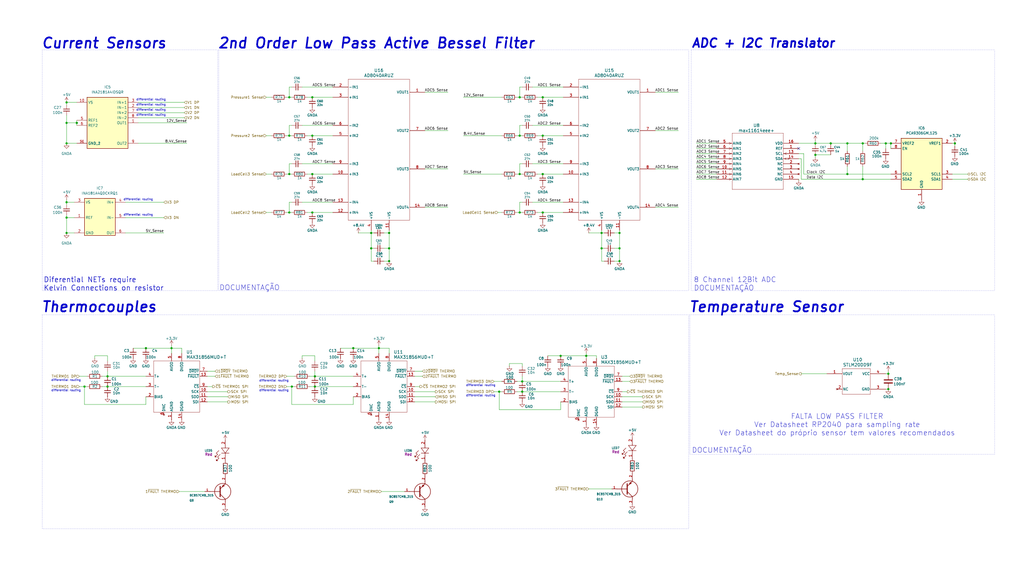
<source format=kicad_sch>
(kicad_sch (version 20250114) (generator "eeschema") (generator_version "9.0")
  (paper "User" 508 279.4)
  (rectangle (start 20.955 156.21) (end 341.63 262.255) (stroke (width 0) (type dot)))
  (rectangle (start 342.9 24.765) (end 493.395 144.145) (stroke (width 0) (type dot)))
  (rectangle (start 342.265 156.21) (end 493.395 225.425) (stroke (width 0) (type dot)))
  (rectangle (start 20.955 24.765) (end 107.95 144.145) (stroke (width 0) (type dot)))
  (rectangle (start 108.585 24.765) (end 341.63 144.145) (stroke (width 0) (type dot)))
  (text "DOCUMENTAÇÃO" (at 358.14 223.52 0) (effects (font (size 2.54 2.54))))
  (text "differential routing\n" (at 68.58 99.06 0) (effects (font (size 1.016 1.016))))
  (text "differential routing\n" (at 135.89 193.802 0) (effects (font (size 1.016 1.016))))
  (text "differential routing\n" (at 74.93 49.53 0) (effects (font (size 1.016 1.016))))
  (text "differential routing\n" (at 74.93 52.07 0) (effects (font (size 1.016 1.016))))
  (text "Current Sensors\n" (at 20.32 21.59 0) (effects (font (size 5.08 5.08) (thickness 0.8636) (bold yes) (italic yes)) (justify left)))
  (text "DOCUMENTAÇÃO" (at 123.825 142.875 0) (effects (font (size 2.54 2.54))))
  (text "8 Channel 12Bit ADC\nDOCUMENTAÇÃO" (at 344.17 140.97 0) (effects (font (size 2.54 2.54)) (justify left)))
  (text "Diferential NETs require \nKelvin Connections on resistor" (at 21.59 140.97 0) (effects (font (size 2.54 2.54) (thickness 0.254) (bold yes)) (justify left)))
  (text "differential routing\n" (at 32.766 193.802 0) (effects (font (size 1.016 1.016))))
  (text "differential routing\n" (at 74.93 54.61 0) (effects (font (size 1.016 1.016))))
  (text "differential routing\n" (at 32.766 188.722 0) (effects (font (size 1.016 1.016))))
  (text "Thermocouples" (at 20.32 152.4 0) (effects (font (size 5.08 5.08) (thickness 0.8636) (bold yes) (italic yes)) (justify left)))
  (text "FALTA LOW PASS FILTER\nVer Datasheet RP2040 para sampling rate\nVer Datasheet do próprio sensor tem valores recomendados" (at 415.29 210.82 0) (effects (font (size 2.54 2.54))))
  (text "2nd Order Low Pass Active Bessel Filter" (at 107.95 21.59 0) (effects (font (size 5.08 5.08) (thickness 0.8636) (bold yes) (italic yes)) (justify left)))
  (text "ADC + I2C Translator" (at 342.9 21.59 0) (effects (font (size 4.318 4.318) (thickness 0.8636) (bold yes) (italic yes)) (justify left)))
  (text "differential routing\n" (at 68.58 106.68 0) (effects (font (size 1.016 1.016))))
  (text "Temperature Sensor" (at 341.63 152.4 0) (effects (font (size 5.08 5.08) (thickness 0.8636) (bold yes) (italic yes)) (justify left)))
  (text "differential routing\n" (at 135.89 188.976 0) (effects (font (size 1.016 1.016))))
  (text "differential routing\n" (at 238.506 196.342 0) (effects (font (size 1.016 1.016))))
  (text "differential routing\n" (at 238.506 191.262 0) (effects (font (size 1.016 1.016))))
  (text "differential routing\n" (at 74.93 57.15 0) (effects (font (size 1.016 1.016))))
  (junction (at 278.13 176.53))
  (junction (at 247.65 194.31))
  (junction (at 307.34 115.57))
  (junction (at 144.78 191.77))
  (junction (at 440.69 185.42))
  (junction (at 156.21 191.77))
  (junction (at 193.04 129.54))
  (junction (at 143.51 86.36))
  (junction (at 33.02 50.8))
  (junction (at 420.37 86.36))
  (junction (at 257.81 105.41))
  (junction (at 259.08 194.31))
  (junction (at 184.15 123.19))
  (junction (at 307.34 123.19))
  (junction (at 33.02 60.96))
  (junction (at 85.09 172.72))
  (junction (at 269.24 48.26))
  (junction (at 404.495 71.12))
  (junction (at 33.02 115.57))
  (junction (at 184.15 115.57))
  (junction (at 156.21 186.69))
  (junction (at 187.96 172.72))
  (junction (at 427.99 71.12))
  (junction (at 193.04 115.57))
  (junction (at 257.81 48.26))
  (junction (at 41.91 191.77))
  (junction (at 269.24 67.31))
  (junction (at 420.37 71.12))
  (junction (at 193.04 123.19))
  (junction (at 53.34 191.77))
  (junction (at 143.51 48.26))
  (junction (at 175.26 172.72))
  (junction (at 143.51 67.31))
  (junction (at 404.495 76.835))
  (junction (at 427.99 88.9))
  (junction (at 33.02 71.12))
  (junction (at 290.83 176.53))
  (junction (at 143.51 105.41))
  (junction (at 53.34 186.69))
  (junction (at 154.94 48.26))
  (junction (at 269.24 86.36))
  (junction (at 269.24 105.41))
  (junction (at 154.94 67.31))
  (junction (at 439.42 71.12))
  (junction (at 257.81 67.31))
  (junction (at 154.94 105.41))
  (junction (at 412.115 71.12))
  (junction (at 298.45 123.19))
  (junction (at 441.96 71.12))
  (junction (at 38.1 60.96))
  (junction (at 154.94 86.36))
  (junction (at 72.39 172.72))
  (junction (at 307.34 129.54))
  (junction (at 33.02 100.33))
  (junction (at 440.69 193.04))
  (junction (at 257.81 86.36))
  (junction (at 33.02 107.95))
  (junction (at 473.71 71.12))
  (junction (at 298.45 115.57))
  (junction (at 259.08 189.23))
  (no_connect (at 396.24 73.66))
  (wire (pts (xy 397.51 88.9) (xy 427.99 88.9)))
  (wire (pts (xy 307.34 123.19) (xy 307.34 129.54)))
  (wire (pts (xy 308.61 201.93) (xy 318.77 201.93)))
  (wire (pts (xy 269.24 86.36) (xy 279.4 86.36)))
  (wire (pts (xy 257.81 100.33) (xy 257.81 105.41)))
  (wire (pts (xy 229.87 48.26) (xy 248.92 48.26)))
  (wire (pts (xy 175.26 172.72) (xy 187.96 172.72)))
  (wire (pts (xy 62.23 115.57) (xy 81.28 115.57)))
  (wire (pts (xy 184.15 115.57) (xy 185.42 115.57)))
  (wire (pts (xy 247.015 105.41) (xy 248.92 105.41)))
  (wire (pts (xy 396.24 78.74) (xy 397.51 78.74)))
  (wire (pts (xy 264.16 62.23) (xy 279.4 62.23)))
  (wire (pts (xy 149.86 100.33) (xy 165.1 100.33)))
  (wire (pts (xy 473.71 72.39) (xy 473.71 71.12)))
  (wire (pts (xy 325.12 45.72) (xy 336.55 45.72)))
  (wire (pts (xy 210.82 45.72) (xy 222.25 45.72)))
  (wire (pts (xy 398.78 76.2) (xy 396.24 76.2)))
  (wire (pts (xy 304.8 123.19) (xy 307.34 123.19)))
  (wire (pts (xy 308.61 196.85) (xy 318.77 196.85)))
  (wire (pts (xy 72.39 200.66) (xy 41.91 200.66)))
  (wire (pts (xy 269.24 105.41) (xy 279.4 105.41)))
  (wire (pts (xy 144.78 43.18) (xy 143.51 43.18)))
  (wire (pts (xy 264.16 81.28) (xy 279.4 81.28)))
  (wire (pts (xy 184.15 115.57) (xy 184.15 114.3)))
  (wire (pts (xy 142.24 67.31) (xy 143.51 67.31)))
  (wire (pts (xy 257.81 62.23) (xy 257.81 67.31)))
  (wire (pts (xy 397.51 78.74) (xy 397.51 88.9)))
  (wire (pts (xy 298.45 129.54) (xy 299.72 129.54)))
  (wire (pts (xy 144.78 191.77) (xy 146.05 191.77)))
  (wire (pts (xy 144.78 100.33) (xy 143.51 100.33)))
  (wire (pts (xy 41.91 200.66) (xy 41.91 191.77)))
  (wire (pts (xy 33.02 99.06) (xy 33.02 100.33)))
  (wire (pts (xy 345.44 86.36) (xy 355.6 86.36)))
  (wire (pts (xy 152.4 86.36) (xy 154.94 86.36)))
  (wire (pts (xy 325.12 102.87) (xy 336.55 102.87)))
  (wire (pts (xy 298.45 115.57) (xy 298.45 114.3)))
  (wire (pts (xy 62.23 107.95) (xy 81.28 107.95)))
  (wire (pts (xy 210.82 102.87) (xy 222.25 102.87)))
  (wire (pts (xy 144.78 62.23) (xy 143.51 62.23)))
  (wire (pts (xy 85.09 172.72) (xy 90.17 172.72)))
  (wire (pts (xy 33.02 106.68) (xy 33.02 107.95)))
  (wire (pts (xy 53.34 184.15) (xy 53.34 186.69)))
  (wire (pts (xy 290.83 175.26) (xy 290.83 176.53)))
  (wire (pts (xy 420.37 71.12) (xy 427.99 71.12)))
  (wire (pts (xy 187.96 172.72) (xy 193.04 172.72)))
  (wire (pts (xy 439.42 71.12) (xy 439.42 73.66)))
  (wire (pts (xy 68.58 60.96) (xy 92.71 60.96)))
  (wire (pts (xy 205.74 194.31) (xy 215.9 194.31)))
  (wire (pts (xy 257.81 105.41) (xy 259.08 105.41)))
  (wire (pts (xy 266.7 48.26) (xy 269.24 48.26)))
  (wire (pts (xy 325.12 83.82) (xy 336.55 83.82)))
  (wire (pts (xy 88.9 243.84) (xy 101.6 243.84)))
  (wire (pts (xy 256.54 105.41) (xy 257.81 105.41)))
  (wire (pts (xy 38.1 60.96) (xy 38.1 62.23)))
  (wire (pts (xy 308.61 186.69) (xy 312.42 186.69)))
  (wire (pts (xy 292.1 115.57) (xy 298.45 115.57)))
  (wire (pts (xy 259.08 189.23) (xy 278.13 189.23)))
  (wire (pts (xy 53.34 186.69) (xy 72.39 186.69)))
  (wire (pts (xy 229.87 86.36) (xy 248.92 86.36)))
  (wire (pts (xy 345.44 81.28) (xy 355.6 81.28)))
  (wire (pts (xy 102.87 194.31) (xy 113.03 194.31)))
  (wire (pts (xy 266.7 86.36) (xy 269.24 86.36)))
  (wire (pts (xy 257.81 43.18) (xy 257.81 48.26)))
  (wire (pts (xy 278.13 199.39) (xy 278.13 203.2)))
  (wire (pts (xy 143.51 100.33) (xy 143.51 105.41)))
  (wire (pts (xy 259.08 62.23) (xy 257.81 62.23)))
  (wire (pts (xy 142.24 186.69) (xy 146.05 186.69)))
  (wire (pts (xy 229.87 67.31) (xy 248.92 67.31)))
  (wire (pts (xy 295.91 176.53) (xy 295.91 177.8)))
  (wire (pts (xy 184.15 123.19) (xy 185.42 123.19)))
  (wire (pts (xy 472.44 86.36) (xy 480.06 86.36)))
  (wire (pts (xy 427.99 88.9) (xy 441.96 88.9)))
  (wire (pts (xy 345.44 71.12) (xy 355.6 71.12)))
  (wire (pts (xy 143.51 43.18) (xy 143.51 48.26)))
  (wire (pts (xy 154.94 48.26) (xy 165.1 48.26)))
  (wire (pts (xy 398.78 86.36) (xy 420.37 86.36)))
  (wire (pts (xy 184.15 123.19) (xy 184.15 129.54)))
  (wire (pts (xy 156.21 186.69) (xy 175.26 186.69)))
  (wire (pts (xy 436.88 71.12) (xy 439.42 71.12)))
  (wire (pts (xy 72.39 196.85) (xy 72.39 200.66)))
  (wire (pts (xy 298.45 115.57) (xy 298.45 123.19)))
  (wire (pts (xy 298.45 123.19) (xy 298.45 129.54)))
  (wire (pts (xy 193.04 123.19) (xy 193.04 115.57)))
  (wire (pts (xy 257.81 86.36) (xy 259.08 86.36)))
  (wire (pts (xy 259.08 81.28) (xy 257.81 81.28)))
  (wire (pts (xy 143.51 86.36) (xy 144.78 86.36)))
  (wire (pts (xy 205.74 196.85) (xy 215.9 196.85)))
  (wire (pts (xy 269.24 48.26) (xy 279.4 48.26)))
  (wire (pts (xy 396.24 89.535) (xy 396.24 88.9)))
  (wire (pts (xy 345.44 73.66) (xy 355.6 73.66)))
  (wire (pts (xy 142.24 105.41) (xy 143.51 105.41)))
  (wire (pts (xy 102.87 186.69) (xy 106.68 186.69)))
  (wire (pts (xy 472.44 71.12) (xy 473.71 71.12)))
  (wire (pts (xy 143.51 48.26) (xy 144.78 48.26)))
  (wire (pts (xy 149.86 62.23) (xy 165.1 62.23)))
  (wire (pts (xy 420.37 82.55) (xy 420.37 86.36)))
  (wire (pts (xy 427.99 82.55) (xy 427.99 88.9)))
  (wire (pts (xy 156.21 191.77) (xy 175.26 191.77)))
  (wire (pts (xy 396.24 71.12) (xy 404.495 71.12)))
  (wire (pts (xy 404.495 71.12) (xy 412.115 71.12)))
  (wire (pts (xy 142.24 86.36) (xy 143.51 86.36)))
  (wire (pts (xy 264.16 43.18) (xy 279.4 43.18)))
  (wire (pts (xy 325.12 64.77) (xy 336.55 64.77)))
  (wire (pts (xy 298.45 115.57) (xy 299.72 115.57)))
  (wire (pts (xy 142.24 191.77) (xy 144.78 191.77)))
  (wire (pts (xy 345.44 76.2) (xy 355.6 76.2)))
  (wire (pts (xy 132.08 105.41) (xy 134.62 105.41)))
  (wire (pts (xy 205.74 199.39) (xy 215.9 199.39)))
  (wire (pts (xy 398.78 86.36) (xy 398.78 76.2)))
  (wire (pts (xy 404.495 71.755) (xy 404.495 71.12)))
  (wire (pts (xy 245.11 189.23) (xy 248.92 189.23)))
  (wire (pts (xy 247.65 203.2) (xy 247.65 194.31)))
  (wire (pts (xy 68.58 50.8) (xy 91.44 50.8)))
  (wire (pts (xy 259.08 180.34) (xy 259.08 181.61)))
  (wire (pts (xy 33.02 107.95) (xy 33.02 115.57)))
  (wire (pts (xy 190.5 123.19) (xy 193.04 123.19)))
  (wire (pts (xy 50.8 186.69) (xy 53.34 186.69)))
  (wire (pts (xy 53.34 176.53) (xy 53.34 179.07)))
  (wire (pts (xy 345.44 78.74) (xy 355.6 78.74)))
  (wire (pts (xy 102.87 196.85) (xy 113.03 196.85)))
  (wire (pts (xy 404.495 76.835) (xy 404.495 78.105)))
  (wire (pts (xy 427.99 71.12) (xy 427.99 74.93)))
  (wire (pts (xy 33.02 50.8) (xy 38.1 50.8)))
  (wire (pts (xy 266.7 67.31) (xy 269.24 67.31)))
  (wire (pts (xy 62.23 100.33) (xy 81.28 100.33)))
  (wire (pts (xy 33.02 71.12) (xy 38.1 71.12)))
  (wire (pts (xy 259.08 194.31) (xy 278.13 194.31)))
  (wire (pts (xy 33.02 100.33) (xy 36.83 100.33)))
  (wire (pts (xy 193.04 123.19) (xy 193.04 129.54)))
  (wire (pts (xy 156.21 176.53) (xy 156.21 179.07)))
  (wire (pts (xy 187.96 172.72) (xy 187.96 175.26)))
  (wire (pts (xy 252.73 181.61) (xy 252.73 180.34)))
  (wire (pts (xy 259.08 43.18) (xy 257.81 43.18)))
  (wire (pts (xy 68.58 55.88) (xy 91.44 55.88)))
  (wire (pts (xy 85.09 172.72) (xy 85.09 175.26)))
  (wire (pts (xy 38.1 59.69) (xy 38.1 60.96)))
  (wire (pts (xy 132.08 86.36) (xy 134.62 86.36)))
  (wire (pts (xy 292.1 242.57) (xy 303.53 242.57)))
  (wire (pts (xy 68.58 58.42) (xy 91.44 58.42)))
  (wire (pts (xy 149.86 81.28) (xy 165.1 81.28)))
  (wire (pts (xy 290.83 176.53) (xy 290.83 177.8)))
  (wire (pts (xy 143.51 62.23) (xy 143.51 67.31)))
  (wire (pts (xy 143.51 67.31) (xy 144.78 67.31)))
  (wire (pts (xy 177.8 115.57) (xy 184.15 115.57)))
  (wire (pts (xy 256.54 189.23) (xy 259.08 189.23)))
  (wire (pts (xy 252.73 180.34) (xy 259.08 180.34)))
  (wire (pts (xy 153.67 186.69) (xy 156.21 186.69)))
  (wire (pts (xy 304.8 129.54) (xy 307.34 129.54)))
  (wire (pts (xy 290.83 176.53) (xy 295.91 176.53)))
  (wire (pts (xy 307.34 114.3) (xy 307.34 115.57)))
  (wire (pts (xy 420.37 71.12) (xy 420.37 74.93)))
  (wire (pts (xy 152.4 67.31) (xy 154.94 67.31)))
  (wire (pts (xy 256.54 86.36) (xy 257.81 86.36)))
  (wire (pts (xy 247.65 194.31) (xy 248.92 194.31)))
  (wire (pts (xy 404.495 69.85) (xy 404.495 71.12)))
  (wire (pts (xy 259.08 100.33) (xy 257.81 100.33)))
  (wire (pts (xy 404.495 76.835) (xy 412.115 76.835)))
  (wire (pts (xy 53.34 191.77) (xy 72.39 191.77)))
  (wire (pts (xy 85.09 171.45) (xy 85.09 172.72)))
  (wire (pts (xy 420.37 86.36) (xy 441.96 86.36)))
  (wire (pts (xy 308.61 189.23) (xy 312.42 189.23)))
  (wire (pts (xy 41.91 191.77) (xy 43.18 191.77)))
  (wire (pts (xy 144.78 200.66) (xy 144.78 191.77)))
  (wire (pts (xy 33.02 107.95) (xy 36.83 107.95)))
  (wire (pts (xy 264.16 100.33) (xy 279.4 100.33)))
  (wire (pts (xy 278.13 203.2) (xy 247.65 203.2)))
  (wire (pts (xy 33.02 60.96) (xy 38.1 60.96)))
  (wire (pts (xy 143.51 81.28) (xy 143.51 86.36)))
  (wire (pts (xy 39.37 186.69) (xy 43.18 186.69)))
  (wire (pts (xy 132.08 67.31) (xy 134.62 67.31)))
  (wire (pts (xy 66.04 172.72) (xy 72.39 172.72)))
  (wire (pts (xy 345.44 83.82) (xy 355.6 83.82)))
  (wire (pts (xy 68.58 71.12) (xy 92.71 71.12)))
  (wire (pts (xy 193.04 114.3) (xy 193.04 115.57)))
  (wire (pts (xy 257.81 48.26) (xy 259.08 48.26)))
  (wire (pts (xy 256.54 48.26) (xy 257.81 48.26)))
  (wire (pts (xy 308.61 199.39) (xy 318.77 199.39)))
  (wire (pts (xy 308.61 194.31) (xy 311.15 194.31)))
  (wire (pts (xy 439.42 71.12) (xy 441.96 71.12)))
  (wire (pts (xy 189.23 243.84) (xy 200.66 243.84)))
  (wire (pts (xy 184.15 129.54) (xy 185.42 129.54)))
  (wire (pts (xy 205.74 184.15) (xy 209.55 184.15)))
  (wire (pts (xy 143.51 105.41) (xy 144.78 105.41)))
  (wire (pts (xy 397.51 185.42) (xy 410.21 185.42)))
  (wire (pts (xy 345.44 88.9) (xy 355.6 88.9)))
  (wire (pts (xy 440.69 184.15) (xy 440.69 185.42)))
  (wire (pts (xy 149.86 43.18) (xy 165.1 43.18)))
  (wire (pts (xy 175.26 196.85) (xy 175.26 200.66)))
  (wire (pts (xy 142.24 48.26) (xy 143.51 48.26)))
  (wire (pts (xy 39.37 191.77) (xy 41.91 191.77)))
  (wire (pts (xy 33.02 101.6) (xy 33.02 100.33)))
  (wire (pts (xy 132.08 48.26) (xy 134.62 48.26)))
  (wire (pts (xy 102.87 191.77) (xy 105.41 191.77)))
  (wire (pts (xy 72.39 172.72) (xy 85.09 172.72)))
  (wire (pts (xy 46.99 176.53) (xy 53.34 176.53)))
  (wire (pts (xy 278.13 176.53) (xy 290.83 176.53)))
  (wire (pts (xy 472.44 88.9) (xy 480.06 88.9)))
  (wire (pts (xy 168.91 172.72) (xy 175.26 172.72)))
  (wire (pts (xy 153.67 191.77) (xy 156.21 191.77)))
  (wire (pts (xy 190.5 129.54) (xy 193.04 129.54)))
  (wire (pts (xy 210.82 64.77) (xy 222.25 64.77)))
  (wire (pts (xy 259.08 186.69) (xy 259.08 189.23)))
  (wire (pts (xy 307.34 115.57) (xy 304.8 115.57)))
  (wire (pts (xy 50.8 191.77) (xy 53.34 191.77)))
  (wire (pts (xy 439.42 185.42) (xy 440.69 185.42)))
  (wire (pts (xy 102.87 184.15) (xy 106.68 184.15)))
  (wire (pts (xy 33.02 115.57) (xy 36.83 115.57)))
  (wire (pts (xy 187.96 171.45) (xy 187.96 172.72)))
  (wire (pts (xy 152.4 48.26) (xy 154.94 48.26)))
  (wire (pts (xy 184.15 115.57) (xy 184.15 123.19)))
  (wire (pts (xy 33.02 57.15) (xy 33.02 60.96)))
  (wire (pts (xy 156.21 184.15) (xy 156.21 186.69)))
  (wire (pts (xy 257.81 81.28) (xy 257.81 86.36)))
  (wire (pts (xy 439.42 193.04) (xy 440.69 193.04)))
  (wire (pts (xy 441.96 71.12) (xy 441.96 73.66)))
  (wire (pts (xy 427.99 71.12) (xy 429.26 71.12)))
  (wire (pts (xy 90.17 172.72) (xy 90.17 175.26)))
  (wire (pts (xy 68.58 53.34) (xy 91.44 53.34)))
  (wire (pts (xy 205.74 191.77) (xy 208.28 191.77)))
  (wire (pts (xy 205.74 186.69) (xy 209.55 186.69)))
  (wire (pts (xy 257.81 67.31) (xy 259.08 67.31)))
  (wire (pts (xy 46.99 177.8) (xy 46.99 176.53)))
  (wire (pts (xy 154.94 67.31) (xy 165.1 67.31)))
  (wire (pts (xy 154.94 105.41) (xy 165.1 105.41)))
  (wire (pts (xy 144.78 81.28) (xy 143.51 81.28)))
  (wire (pts (xy 102.87 199.39) (xy 113.03 199.39)))
  (wire (pts (xy 193.04 115.57) (xy 190.5 115.57)))
  (wire (pts (xy 193.04 172.72) (xy 193.04 175.26)))
  (wire (pts (xy 266.7 105.41) (xy 269.24 105.41)))
  (wire (pts (xy 154.94 86.36) (xy 165.1 86.36)))
  (wire (pts (xy 210.82 83.82) (xy 222.25 83.82)))
  (wire (pts (xy 269.24 67.31) (xy 279.4 67.31)))
  (wire (pts (xy 412.115 71.755) (xy 412.115 71.12)))
  (wire (pts (xy 175.26 200.66) (xy 144.78 200.66)))
  (wire (pts (xy 33.02 50.8) (xy 33.02 52.07)))
  (wire (pts (xy 245.11 194.31) (xy 247.65 194.31)))
  (wire (pts (xy 271.78 176.53) (xy 278.13 176.53)))
  (wire (pts (xy 256.54 194.31) (xy 259.08 194.31)))
  (wire (pts (xy 256.54 67.31) (xy 257.81 67.31)))
  (wire (pts (xy 149.86 176.53) (xy 156.21 176.53)))
  (wire (pts (xy 152.4 105.41) (xy 154.94 105.41)))
  (wire (pts (xy 307.34 123.19) (xy 307.34 115.57)))
  (wire (pts (xy 298.45 123.19) (xy 299.72 123.19)))
  (wire (pts (xy 412.115 71.12) (xy 420.37 71.12)))
  (wire (pts (xy 149.86 177.8) (xy 149.86 176.53)))
  (wire (pts (xy 33.02 60.96) (xy 33.02 71.12)))
  (label "ADC8 Sense" (at 345.44 88.9 0))
  (label "ADC6 Sense" (at 154.94 62.23 0))
  (label "ADC2 Sense" (at 345.44 73.66 0))
  (label "ADC1 Sense" (at 345.44 71.12 0))
  (label "ADC3 Sense" (at 345.44 76.2 0))
  (label "ADC4 Sense" (at 266.7 100.33 0))
  (label "ADC5 Sense" (at 345.44 81.28 0))
  (label "5V_Sense" (at 229.87 86.36 0) (effects (font (thickness 0.1588))))
  (label "ADC2 Sense" (at 266.7 62.23 0))
  (label "ADC2 Sense" (at 336.55 64.77 180))
  (label "ADC3 Sense" (at 336.55 83.82 180))
  (label "ADC6 Sense" (at 222.25 64.77 180))
  (label "ADC7 Sense" (at 154.94 81.28 0))
  (label "8.4V_Sense" (at 92.71 71.12 180) (effects (font (thickness 0.1588))))
  (label "ADC1 Sense" (at 266.7 43.18 0))
  (label "ADC7 Sense" (at 222.25 83.82 180))
  (label "5V_Sense" (at 81.28 115.57 180) (effects (font (thickness 0.1588))))
  (label "12V_Sense" (at 229.87 48.26 0) (effects (font (thickness 0.1588))))
  (label "ADC4 Sense" (at 336.55 102.87 180))
  (label "ADC3 Sense" (at 266.7 81.28 0))
  (label "ADC6 Sense" (at 345.44 83.82 0))
  (label "ADC7 Sense" (at 345.44 86.36 0))
  (label "ADC1 Sense" (at 336.55 45.72 180))
  (label "ADC4 Sense" (at 345.44 78.74 0))
  (label "ADC5 Sense" (at 154.94 43.18 0))
  (label "Data I2C" (at 400.05 88.9 0))
  (label "Clock I2C" (at 400.05 86.36 0))
  (label "8.4V_Sense" (at 229.87 67.31 0) (effects (font (thickness 0.1588))))
  (label "12V_Sense" (at 92.71 60.96 180) (effects (font (thickness 0.1588))))
  (label "ADC8 Sense" (at 222.25 102.87 180))
  (label "ADC5 Sense" (at 222.25 45.72 180))
  (label "ADC8 Sense" (at 154.94 100.33 0))
  (hierarchical_label "2~{FAULT} THERMO" (shape input) (at 189.23 243.84 180))
  (hierarchical_label "MISO SPI" (shape input) (at 113.03 196.85 0))
  (hierarchical_label "V3 DP" (shape input) (at 81.28 100.33 0))
  (hierarchical_label "MOSI SPI" (shape output) (at 318.77 201.93 0))
  (hierarchical_label "THERMO2 DN" (shape input) (at 142.24 191.77 180))
  (hierarchical_label "SCK SPI" (shape output) (at 318.77 196.85 0))
  (hierarchical_label "MISO SPI" (shape input) (at 215.9 196.85 0))
  (hierarchical_label "THERMO1 DN" (shape input) (at 39.37 191.77 180))
  (hierarchical_label "V1 DN" (shape input) (at 91.44 53.34 0))
  (hierarchical_label "MOSI SPI" (shape output) (at 215.9 199.39 0))
  (hierarchical_label "MISO SPI" (shape input) (at 318.77 199.39 0))
  (hierarchical_label "1~{FAULT} THERMO" (shape input) (at 88.9 243.84 180))
  (hierarchical_label "~{CS} THERMO2 SPI" (shape output) (at 208.28 191.77 0))
  (hierarchical_label "1~{FAULT} THERMO" (shape input) (at 106.68 186.69 0))
  (hierarchical_label "THERMO1 DP" (shape input) (at 39.37 186.69 180))
  (hierarchical_label "SCK SPI" (shape output) (at 113.03 194.31 0))
  (hierarchical_label "LoadCell2 Sense" (shape input) (at 132.08 105.41 180))
  (hierarchical_label "Pressure2 Sense" (shape input) (at 132.08 67.31 180))
  (hierarchical_label "THERMO2 DP" (shape input) (at 142.24 186.69 180))
  (hierarchical_label "~{CS} THERMO1 SPI" (shape output) (at 105.41 191.77 0))
  (hierarchical_label "THERMO3 DP" (shape input) (at 245.11 194.31 180))
  (hierarchical_label "Pressure1 Sense" (shape input) (at 132.08 48.26 180))
  (hierarchical_label "V2 DN" (shape input) (at 91.44 58.42 0))
  (hierarchical_label "SCL I2C" (shape bidirectional) (at 480.06 86.36 0))
  (hierarchical_label "SCK SPI" (shape output) (at 215.9 194.31 0))
  (hierarchical_label "Temp_Sense" (shape output) (at 397.51 185.42 180))
  (hierarchical_label "SDA I2C" (shape bidirectional) (at 480.06 88.9 0))
  (hierarchical_label "V1 DP" (shape input) (at 91.44 50.8 0))
  (hierarchical_label "LoadCell3 Sense" (shape input) (at 132.08 86.36 180))
  (hierarchical_label "THERMO3 DN" (shape input) (at 245.11 189.23 180))
  (hierarchical_label "3~{FAULT} THERMO" (shape input) (at 312.42 189.23 0))
  (hierarchical_label "~{CS} THERMO3 SPI" (shape output) (at 311.15 194.31 0))
  (hierarchical_label "V2 DP" (shape input) (at 91.44 55.88 0))
  (hierarchical_label "V3 DN" (shape input) (at 81.28 107.95 0))
  (hierarchical_label "MOSI SPI" (shape output) (at 113.03 199.39 0))
  (hierarchical_label "LoadCell1 Sense" (shape input) (at 247.015 105.41 180))
  (hierarchical_label "3~{FAULT} THERMO" (shape input) (at 292.1 242.57 180))
  (hierarchical_label "2~{DRDY} THERMO" (shape input) (at 209.55 184.15 0))
  (hierarchical_label "2~{FAULT} THERMO" (shape input) (at 209.55 186.69 0))
  (hierarchical_label "1~{DRDY} THERMO" (shape input) (at 106.68 184.15 0))
  (hierarchical_label "3~{DRDY} THERMO" (shape input) (at 312.42 186.69 0))
  (symbol (lib_id "Device:R") (at 252.73 86.36 90) (mirror x) (unit 1)
    (property "Reference" "R70" (at 254.635 86.36 90) (effects (justify left)))
    (property "Value" "1k" (at 254 88.265 90) (effects (justify left)))
    (property "Footprint" "Resistor-0402:RES_0402" (effects (hide yes)))
    (property "Description" "Resistor" (effects (hide yes)))
  )
  (symbol (lib_id "power:GNDA") (at 290.83 210.82 0) (unit 1)
    (property "Reference" "#PWR051" (effects (hide yes)))
    (property "Value" "GNDA" (at 290.83 214.63 0))
    (property "Description" "Power symbol creates a global label with name \"GNDA\" , analog ground" (effects (hide yes)))
  )
  (symbol (lib_id "BC857CMB_315:BC857CMB_315") (at 210.82 243.84 0) (mirror x) (unit 1)
    (property "Reference" "Q9" (at 193.04 248.92 0) (effects (font (size 1.016 1.016)) (justify left)))
    (property "Value" "BC857CMB_315" (at 193.04 246.38 0) (effects (font (size 1.016 1.016)) (justify left)))
    (property "Footprint" "PNP_BC857CMB_315:TRANS_PMZB550UNEYL" (effects (hide yes)))
  )
  (symbol (lib_id "power:GND") (at 111.76 251.46 0) (unit 1)
    (property "Reference" "#PWR093" (effects (hide yes)))
    (property "Value" "GND" (at 111.76 255.27 0))
    (property "Description" "Power symbol creates a global label with name \"GND\" , ground" (effects (hide yes)))
  )
  (symbol (lib_id "power:GND") (at 439.42 78.74 0) (unit 1)
    (property "Reference" "#PWR0110" (effects (hide yes)))
    (property "Value" "GND" (at 441.325 82.55 0) (effects (justify right)))
    (property "Description" "Power symbol creates a global label with name \"GND\" , ground" (effects (hide yes)))
  )
  (symbol (lib_id "power:+5V") (at 210.82 218.44 0) (unit 1)
    (property "Reference" "#PWR0104" (effects (hide yes)))
    (property "Value" "+5V" (at 210.82 214.63 0))
    (property "Description" "Power symbol creates a global label with name \"+5V\"" (effects (hide yes)))
  )
  (symbol (lib_id "Device:C_Small") (at 261.62 81.28 90) (unit 1)
    (property "Reference" "C52" (at 261.62 76.835 90) (effects (font (size 1.016 1.016))))
    (property "Value" "27n" (at 261.62 78.74 90) (effects (font (size 1.016 1.016))))
    (property "Footprint" "Capacitor-0603:Capacitor_0603" (effects (hide yes)))
    (property "Description" "Unpolarized capacitor, small symbol" (effects (hide yes)))
  )
  (symbol (lib_id "power:GND") (at 53.34 196.85 0) (unit 1)
    (property "Reference" "#PWR01" (effects (hide yes)))
    (property "Value" "GND" (at 58.674 199.136 0) (effects (justify right)))
    (property "Description" "Power symbol creates a global label with name \"GND\" , ground" (effects (hide yes)))
  )
  (symbol (lib_id "Device:R") (at 148.59 67.31 90) (mirror x) (unit 1)
    (property "Reference" "R79" (at 150.495 67.31 90) (effects (justify left)))
    (property "Value" "1k" (at 149.86 69.215 90) (effects (justify left)))
    (property "Footprint" "Resistor-0402:RES_0402" (effects (hide yes)))
    (property "Description" "Resistor" (effects (hide yes)))
  )
  (symbol (lib_id "Device:C_Small") (at 154.94 69.85 0) (unit 1)
    (property "Reference" "C61" (at 158.75 69.215 0) (effects (font (size 1.016 1.016))))
    (property "Value" "22n" (at 158.75 71.12 0) (effects (font (size 1.016 1.016))))
    (property "Footprint" "Capacitor-0603:Capacitor_0603" (effects (hide yes)))
    (property "Description" "Unpolarized capacitor, small symbol" (effects (hide yes)))
  )
  (symbol (lib_id "Device:R") (at 313.69 231.14 180) (unit 1)
    (property "Reference" "R83" (at 313.69 233.045 90) (effects (justify right)))
    (property "Value" "100" (at 316.23 233.045 90) (effects (justify right)))
    (property "Footprint" "Resistor-0402:RES_0402" (effects (hide yes)))
    (property "Description" "Resistor" (effects (hide yes)))
  )
  (symbol (lib_id "PCA9306GM_125:PCA9306GM,125") (at 441.96 78.74 0) (unit 1)
    (property "Reference" "IC6" (at 457.2 63.5 0))
    (property "Value" "PCA9306GM,125" (at 457.2 66.04 0))
    (property "Footprint" "PCA9306GM,125:PCA9570GMH" (effects (hide yes)))
    (property "Datasheet" "http://www.nxp.com/docs/en/data-sheet/PCA9306.pdf" (effects (hide yes)))
    (property "Description" "NXP PCA9306GM,125, I2C Translator 3.3ns, 8-Pin XQFN" (effects (hide yes)))
    (property "Mouser Part Number" "771-PCA9306GM125" (effects (hide yes)))
    (property "Mouser Price/Stock" "https://www.mouser.co.uk/ProductDetail/NXP-Semiconductors/PCA9306GM125?qs=LOCUfHb8d9vZnAiSjK6%252Bsw%3D%3D" (effects (hide yes)))
    (property "Manufacturer_Name" "NXP" (effects (hide yes)))
    (property "Manufacturer_Part_Number" "PCA9306GM,125" (effects (hide yes)))
  )
  (symbol (lib_id "Device:R") (at 252.73 67.31 90) (mirror x) (unit 1)
    (property "Reference" "R66" (at 254.635 67.31 90) (effects (justify left)))
    (property "Value" "1k" (at 254 69.215 90) (effects (justify left)))
    (property "Footprint" "Resistor-0402:RES_0402" (effects (hide yes)))
    (property "Description" "Resistor" (effects (hide yes)))
  )
  (symbol (lib_id "Device:C_Small") (at 147.32 100.33 90) (unit 1)
    (property "Reference" "C59" (at 147.32 95.885 90) (effects (font (size 1.016 1.016))))
    (property "Value" "27n" (at 147.32 97.79 90) (effects (font (size 1.016 1.016))))
    (property "Footprint" "Capacitor-0603:Capacitor_0603" (effects (hide yes)))
    (property "Description" "Unpolarized capacitor, small symbol" (effects (hide yes)))
  )
  (symbol (lib_id "STLM20DD9F:STLM20DD9F") (at 416.56 187.96 0) (unit 1)
    (property "Reference" "U10" (at 425.45 178.435 0) (effects (font (size 1.524 1.524))))
    (property "Value" "STLM20DD9F" (at 425.45 180.975 0) (effects (font (size 1.524 1.524))))
    (property "Footprint" "STLM20DD9F:UDFN-4L_STM" (effects (hide yes)))
    (property "Datasheet" "STLM20DD9F" (effects (hide yes)))
  )
  (symbol (lib_id "power:GND") (at 271.78 181.61 0) (unit 1)
    (property "Reference" "#PWR09" (effects (hide yes)))
    (property "Value" "GND" (at 273.812 185.42 0) (effects (justify right)))
    (property "Description" "Power symbol creates a global label with name \"GND\" , ground" (effects (hide yes)))
  )
  (symbol (lib_id "Device:C_Small") (at 154.94 107.95 0) (unit 1)
    (property "Reference" "C63" (at 158.75 107.315 0) (effects (font (size 1.016 1.016))))
    (property "Value" "22n" (at 158.75 109.22 0) (effects (font (size 1.016 1.016))))
    (property "Footprint" "Capacitor-0603:Capacitor_0603" (effects (hide yes)))
    (property "Description" "Unpolarized capacitor, small symbol" (effects (hide yes)))
  )
  (symbol (lib_id "Device:C_Small") (at 156.21 181.61 0) (unit 1)
    (property "Reference" "C39" (at 160.655 180.34 0))
    (property "Value" "10n" (at 160.655 182.245 0))
    (property "Footprint" "Capacitor-0402:Capacitor_0402" (effects (hide yes)))
    (property "Description" "Unpolarized capacitor, small symbol" (effects (hide yes)))
  )
  (symbol (lib_id "power:+3.3V") (at 473.71 71.12 0) (unit 1)
    (property "Reference" "#PWR0108" (effects (hide yes)))
    (property "Value" "+3.3V" (at 473.71 67.31 0))
    (property "Description" "Power symbol creates a global label with name \"+3.3V\"" (effects (hide yes)))
  )
  (symbol (lib_id "BC857CMB_315:BC857CMB_315") (at 313.69 242.57 0) (mirror x) (unit 1)
    (property "Reference" "Q10" (at 295.91 247.65 0) (effects (font (size 1.016 1.016)) (justify left)))
    (property "Value" "BC857CMB_315" (at 295.91 245.11 0) (effects (font (size 1.016 1.016)) (justify left)))
    (property "Footprint" "PNP_BC857CMB_315:TRANS_PMZB550UNEYL" (effects (hide yes)))
  )
  (symbol (lib_id "VLMS1500-GS08:VLMS1500-GS08") (at 313.69 217.17 90) (mirror x) (unit 1)
    (property "Reference" "LED7" (at 307.34 222.2499 90) (effects (font (size 1.016 1.016)) (justify left)))
    (property "Value" "VLMS1500-GS08" (effects (hide yes)))
    (property "Footprint" "LED-Red_VLMS1500-GS08:LED_00-GS08_VIS_RED" (effects (hide yes)))
    (property "Datasheet" "VLMS1500-GS08" (effects (hide yes)))
    (property "Description" "Red" (at 305.435 224.155 90))
  )
  (symbol (lib_id "Device:R") (at 138.43 86.36 90) (mirror x) (unit 1)
    (property "Reference" "R76" (at 140.335 86.36 90) (effects (justify left)))
    (property "Value" "1k" (at 139.7 88.265 90) (effects (justify left)))
    (property "Footprint" "Resistor-0402:RES_0402" (effects (hide yes)))
    (property "Description" "Resistor" (effects (hide yes)))
  )
  (symbol (lib_id "power:GND") (at 149.86 177.8 0) (mirror y) (unit 1)
    (property "Reference" "#PWR019" (effects (hide yes)))
    (property "Value" "GND" (at 147.955 181.61 0) (effects (justify right)))
    (property "Description" "Power symbol creates a global label with name \"GND\" , ground" (effects (hide yes)))
  )
  (symbol (lib_id "Device:R") (at 138.43 48.26 90) (mirror x) (unit 1)
    (property "Reference" "R74" (at 140.335 48.26 90) (effects (justify left)))
    (property "Value" "1k" (at 139.7 50.165 90) (effects (justify left)))
    (property "Footprint" "Resistor-0402:RES_0402" (effects (hide yes)))
    (property "Description" "Resistor" (effects (hide yes)))
  )
  (symbol (lib_id "power:GND") (at 46.99 177.8 0) (mirror y) (unit 1)
    (property "Reference" "#PWR04" (effects (hide yes)))
    (property "Value" "GND" (at 45.085 181.61 0) (effects (justify right)))
    (property "Description" "Power symbol creates a global label with name \"GND\" , ground" (effects (hide yes)))
  )
  (symbol (lib_id "Device:R") (at 433.07 71.12 270) (unit 1)
    (property "Reference" "R60" (at 431.165 71.12 90) (effects (justify left)))
    (property "Value" "200k" (at 431.165 68.58 90) (effects (justify left)))
    (property "Footprint" "Resistor-0402:RES_0402" (effects (hide yes)))
    (property "Description" "Resistor" (effects (hide yes)))
  )
  (symbol (lib_id "max11614eee:max11614eee+") (at 369.57 73.66 0) (unit 1)
    (property "Reference" "U8" (at 375.285 62.23 0) (effects (font (size 1.524 1.524))))
    (property "Value" "max11614eee+" (at 375.285 64.77 0) (effects (font (size 1.524 1.524))))
    (property "Footprint" "21-0055H_16_MXM" (effects (hide yes)))
    (property "Datasheet" "max11614eee+" (effects (hide yes)))
  )
  (symbol (lib_id "power:GND") (at 90.17 208.28 0) (unit 1)
    (property "Reference" "#PWR0158" (effects (hide yes)))
    (property "Value" "GND" (at 92.075 212.09 0) (effects (justify right)))
    (property "Description" "Power symbol creates a global label with name \"GND\" , ground" (effects (hide yes)))
  )
  (symbol (lib_id "Device:C_Small") (at 302.26 123.19 90) (mirror x) (unit 1)
    (property "Reference" "C45" (at 302.26 119.38 90) (effects (font (size 1.016 1.016))))
    (property "Value" "1u" (at 302.26 120.65 90) (effects (font (size 1.016 1.016))))
    (property "Footprint" "Capacitor-0603:Capacitor_0603" (effects (hide yes)))
    (property "Description" "Unpolarized capacitor, small symbol" (effects (hide yes)))
  )
  (symbol (lib_id "Device:C_Small") (at 187.96 115.57 270) (unit 1)
    (property "Reference" "C64" (at 187.96 113.03 90) (effects (font (size 1.016 1.016))))
    (property "Value" "100n" (at 187.96 111.76 90) (effects (font (size 1.016 1.016))))
    (property "Footprint" "Capacitor-0402:Capacitor_0402" (effects (hide yes)))
    (property "Description" "Unpolarized capacitor, small symbol" (effects (hide yes)))
  )
  (symbol (lib_id "Device:C_Small") (at 473.71 74.93 0) (unit 1)
    (property "Reference" "C41" (at 478.155 74.295 0))
    (property "Value" "100n" (at 478.155 76.2 0))
    (property "Footprint" "Capacitor-0402:Capacitor_0402" (effects (hide yes)))
    (property "Description" "Unpolarized capacitor, small symbol" (effects (hide yes)))
  )
  (symbol (lib_id "power:+3.3V") (at 187.96 171.45 0) (unit 1)
    (property "Reference" "#PWR027" (effects (hide yes)))
    (property "Value" "+3.3V" (at 187.96 167.894 0))
    (property "Description" "Power symbol creates a global label with name \"+3.3V\"" (effects (hide yes)))
  )
  (symbol (lib_id "power:GNDA") (at 85.09 208.28 0) (unit 1)
    (property "Reference" "#PWR030" (effects (hide yes)))
    (property "Value" "GNDA" (at 85.09 212.09 0))
    (property "Description" "Power symbol creates a global label with name \"GNDA\" , analog ground" (effects (hide yes)))
  )
  (symbol (lib_id "Device:C_Small") (at 154.94 50.8 0) (unit 1)
    (property "Reference" "C60" (at 158.75 50.165 0) (effects (font (size 1.016 1.016))))
    (property "Value" "22n" (at 158.75 52.07 0) (effects (font (size 1.016 1.016))))
    (property "Footprint" "Capacitor-0603:Capacitor_0603" (effects (hide yes)))
    (property "Description" "Unpolarized capacitor, small symbol" (effects (hide yes)))
  )
  (symbol (lib_id "Device:R") (at 138.43 105.41 90) (mirror x) (unit 1)
    (property "Reference" "R77" (at 140.335 105.41 90) (effects (justify left)))
    (property "Value" "1k" (at 139.7 107.315 90) (effects (justify left)))
    (property "Footprint" "Resistor-0402:RES_0402" (effects (hide yes)))
    (property "Description" "Resistor" (effects (hide yes)))
  )
  (symbol (lib_id "Device:C_Small") (at 259.08 191.77 0) (unit 1)
    (property "Reference" "C5" (at 260.985 190.5 0) (effects (justify left)))
    (property "Value" "100n" (at 260.985 193.04 0) (effects (justify left)))
    (property "Footprint" "Capacitor-0402:Capacitor_0402" (effects (hide yes)))
    (property "Description" "Unpolarized capacitor, small symbol" (effects (hide yes)))
  )
  (symbol (lib_id "power:+3.3V") (at 440.69 184.15 0) (unit 1)
    (property "Reference" "#PWR022" (effects (hide yes)))
    (property "Value" "+3.3V" (at 440.69 180.34 0))
    (property "Description" "Power symbol creates a global label with name \"+3.3V\"" (effects (hide yes)))
  )
  (symbol (lib_id "Device:C_Small") (at 439.42 76.2 0) (mirror y) (unit 1)
    (property "Reference" "C35" (at 434.975 75.565 0))
    (property "Value" "100n" (at 434.975 77.47 0))
    (property "Footprint" "Capacitor-0402:Capacitor_0402" (effects (hide yes)))
    (property "Description" "Unpolarized capacitor, small symbol" (effects (hide yes)))
  )
  (symbol (lib_id "Device:C_Small") (at 269.24 107.95 0) (unit 1)
    (property "Reference" "C55" (at 273.05 107.315 0) (effects (font (size 1.016 1.016))))
    (property "Value" "22n" (at 273.05 109.22 0) (effects (font (size 1.016 1.016))))
    (property "Footprint" "Capacitor-0603:Capacitor_0603" (effects (hide yes)))
    (property "Description" "Unpolarized capacitor, small symbol" (effects (hide yes)))
  )
  (symbol (lib_id "power:GND") (at 295.91 210.82 0) (unit 1)
    (property "Reference" "#PWR0115" (effects (hide yes)))
    (property "Value" "GND" (at 297.815 214.63 0) (effects (justify right)))
    (property "Description" "Power symbol creates a global label with name \"GND\" , ground" (effects (hide yes)))
  )
  (symbol (lib_id "VLMS1500-GS08:VLMS1500-GS08") (at 210.82 218.44 90) (mirror x) (unit 1)
    (property "Reference" "LED6" (at 204.47 223.5199 90) (effects (font (size 1.016 1.016)) (justify left)))
    (property "Value" "VLMS1500-GS08" (effects (hide yes)))
    (property "Footprint" "LED-Red_VLMS1500-GS08:LED_00-GS08_VIS_RED" (effects (hide yes)))
    (property "Datasheet" "VLMS1500-GS08" (effects (hide yes)))
    (property "Description" "Red" (at 202.565 225.425 90))
  )
  (symbol (lib_id "power:GND") (at 66.04 177.8 0) (unit 1)
    (property "Reference" "#PWR02" (effects (hide yes)))
    (property "Value" "GND" (at 68.072 181.61 0) (effects (justify right)))
    (property "Description" "Power symbol creates a global label with name \"GND\" , ground" (effects (hide yes)))
  )
  (symbol (lib_id "Device:R") (at 262.89 105.41 90) (mirror x) (unit 1)
    (property "Reference" "R73" (at 264.795 105.41 90) (effects (justify left)))
    (property "Value" "1k" (at 264.16 107.315 90) (effects (justify left)))
    (property "Footprint" "Resistor-0402:RES_0402" (effects (hide yes)))
    (property "Description" "Resistor" (effects (hide yes)))
  )
  (symbol (lib_id "AD8040ARUZ:AD8040ARUZ") (at 279.4 44.45 0) (unit 1)
    (property "Reference" "U15" (at 302.26 34.925 0) (effects (font (size 1.524 1.524))))
    (property "Value" "AD8040ARUZ" (at 302.26 37.465 0) (effects (font (size 1.524 1.524))))
    (property "Footprint" "RU_14_ADI" (effects (hide yes)))
    (property "Datasheet" "AD8040ARUZ" (effects (hide yes)))
  )
  (symbol (lib_id "power:+3.3V") (at 290.83 175.26 0) (unit 1)
    (property "Reference" "#PWR017" (effects (hide yes)))
    (property "Value" "+3.3V" (at 290.83 171.704 0))
    (property "Description" "Power symbol creates a global label with name \"+3.3V\"" (effects (hide yes)))
  )
  (symbol (lib_id "power:GNDA") (at 154.94 72.39 0) (unit 1)
    (property "Reference" "#PWR041" (effects (hide yes)))
    (property "Value" "GNDA" (at 154.94 76.2 0))
    (property "Description" "Power symbol creates a global label with name \"GNDA\" , analog ground" (effects (hide yes)))
  )
  (symbol (lib_id "Device:C_Small") (at 156.21 189.23 0) (unit 1)
    (property "Reference" "C11" (at 158.115 187.96 0) (effects (justify left)))
    (property "Value" "100n" (at 158.115 190.5 0) (effects (justify left)))
    (property "Footprint" "Capacitor-0402:Capacitor_0402" (effects (hide yes)))
    (property "Description" "Unpolarized capacitor, small symbol" (effects (hide yes)))
  )
  (symbol (lib_id "Device:R") (at 46.99 186.69 270) (unit 1)
    (property "Reference" "R1" (at 45.72 186.69 90) (effects (justify left)))
    (property "Value" "100" (at 45.212 184.658 90) (effects (justify left)))
    (property "Footprint" "Resistor-0402:RES_0402" (effects (hide yes)))
    (property "Description" "Resistor" (effects (hide yes)))
  )
  (symbol (lib_id "Device:R") (at 262.89 67.31 90) (mirror x) (unit 1)
    (property "Reference" "R69" (at 264.795 67.31 90) (effects (justify left)))
    (property "Value" "1k" (at 264.16 69.215 90) (effects (justify left)))
    (property "Footprint" "Resistor-0402:RES_0402" (effects (hide yes)))
    (property "Description" "Resistor" (effects (hide yes)))
  )
  (symbol (lib_id "power:GNDA") (at 154.94 91.44 0) (unit 1)
    (property "Reference" "#PWR029" (effects (hide yes)))
    (property "Value" "GNDA" (at 154.94 95.25 0))
    (property "Description" "Power symbol creates a global label with name \"GNDA\" , analog ground" (effects (hide yes)))
  )
  (symbol (lib_id "power:GNDA") (at 33.02 115.57 0) (unit 1)
    (property "Reference" "#PWR010" (effects (hide yes)))
    (property "Value" "GNDA" (at 33.02 120.65 0))
    (property "Description" "Power symbol creates a global label with name \"GNDA\" , analog ground" (effects (hide yes)))
  )
  (symbol (lib_id "power:GND") (at 168.91 177.8 0) (unit 1)
    (property "Reference" "#PWR024" (effects (hide yes)))
    (property "Value" "GND" (at 170.942 181.61 0) (effects (justify right)))
    (property "Description" "Power symbol creates a global label with name \"GND\" , ground" (effects (hide yes)))
  )
  (symbol (lib_id "BC857CMB_315:BC857CMB_315") (at 111.76 243.84 0) (mirror x) (unit 1)
    (property "Reference" "Q8" (at 93.98 248.285 0) (effects (font (size 1.016 1.016)) (justify left)))
    (property "Value" "BC857CMB_315" (at 93.98 245.745 0) (effects (font (size 1.016 1.016)) (justify left)))
    (property "Footprint" "PNP_BC857CMB_315:TRANS_PMZB550UNEYL" (effects (hide yes)))
  )
  (symbol (lib_id "Device:C_Small") (at 72.39 175.26 180) (unit 1)
    (property "Reference" "C4" (at 78.105 173.99 0) (effects (justify left)))
    (property "Value" "100n" (at 77.47 177.165 0) (effects (justify left)))
    (property "Footprint" "Capacitor-0402:Capacitor_0402" (effects (hide yes)))
    (property "Description" "Unpolarized capacitor, small symbol" (effects (hide yes)))
  )
  (symbol (lib_id "Device:R") (at 149.86 191.77 270) (unit 1)
    (property "Reference" "R11" (at 147.955 191.77 90) (effects (justify left)))
    (property "Value" "100" (at 147.828 189.738 90) (effects (justify left)))
    (property "Footprint" "Resistor-0402:RES_0402" (effects (hide yes)))
    (property "Description" "Resistor" (effects (hide yes)))
  )
  (symbol (lib_id "power:GNDA") (at 396.24 89.535 0) (unit 1)
    (property "Reference" "#PWR048" (effects (hide yes)))
    (property "Value" "GNDA" (at 396.24 93.345 0))
    (property "Description" "Power symbol creates a global label with name \"GNDA\" , analog ground" (effects (hide yes)))
  )
  (symbol (lib_id "power:GND") (at 156.21 196.85 0) (unit 1)
    (property "Reference" "#PWR020" (effects (hide yes)))
    (property "Value" "GND" (at 161.544 199.136 0) (effects (justify right)))
    (property "Description" "Power symbol creates a global label with name \"GND\" , ground" (effects (hide yes)))
  )
  (symbol (lib_id "Device:R") (at 420.37 78.74 0) (unit 1)
    (property "Reference" "R61" (at 420.37 80.645 90) (effects (justify left)))
    (property "Value" "1k" (at 416.56 78.74 0) (effects (justify left)))
    (property "Footprint" "Resistor-0402:RES_0402" (effects (hide yes)))
    (property "Description" "Resistor" (effects (hide yes)))
  )
  (symbol (lib_id "power:GND") (at 473.71 77.47 0) (unit 1)
    (property "Reference" "#PWR0156" (effects (hide yes)))
    (property "Value" "GND" (at 475.615 81.28 0) (effects (justify right)))
    (property "Description" "Power symbol creates a global label with name \"GND\" , ground" (effects (hide yes)))
  )
  (symbol (lib_id "Device:C_Small") (at 269.24 88.9 0) (unit 1)
    (property "Reference" "C53" (at 273.05 88.265 0) (effects (font (size 1.016 1.016))))
    (property "Value" "22n" (at 273.05 90.17 0) (effects (font (size 1.016 1.016))))
    (property "Footprint" "Capacitor-0603:Capacitor_0603" (effects (hide yes)))
    (property "Description" "Unpolarized capacitor, small symbol" (effects (hide yes)))
  )
  (symbol (lib_id "Device:R") (at 252.73 105.41 90) (mirror x) (unit 1)
    (property "Reference" "R72" (at 254.635 105.41 90) (effects (justify left)))
    (property "Value" "1k" (at 254 107.315 90) (effects (justify left)))
    (property "Footprint" "Resistor-0402:RES_0402" (effects (hide yes)))
    (property "Description" "Resistor" (effects (hide yes)))
  )
  (symbol (lib_id "power:+5V") (at 111.76 218.44 0) (unit 1)
    (property "Reference" "#PWR083" (effects (hide yes)))
    (property "Value" "+5V" (at 111.76 214.63 0))
    (property "Description" "Power symbol creates a global label with name \"+5V\"" (effects (hide yes)))
  )
  (symbol (lib_id "power:+5V") (at 33.02 99.06 0) (unit 1)
    (property "Reference" "#PWR040" (effects (hide yes)))
    (property "Value" "+5V" (at 33.02 95.25 0))
    (property "Description" "Power symbol creates a global label with name \"+5V\"" (effects (hide yes)))
  )
  (symbol (lib_id "Device:C_Small") (at 259.08 184.15 0) (unit 1)
    (property "Reference" "C32" (at 263.525 182.88 0))
    (property "Value" "10n" (at 263.525 184.785 0))
    (property "Footprint" "Capacitor-0402:Capacitor_0402" (effects (hide yes)))
    (property "Description" "Unpolarized capacitor, small symbol" (effects (hide yes)))
  )
  (symbol (lib_id "Device:C_Small") (at 269.24 50.8 0) (unit 1)
    (property "Reference" "C48" (at 273.05 50.165 0) (effects (font (size 1.016 1.016))))
    (property "Value" "22n" (at 273.05 52.07 0) (effects (font (size 1.016 1.016))))
    (property "Footprint" "Capacitor-0603:Capacitor_0603" (effects (hide yes)))
    (property "Description" "Unpolarized capacitor, small symbol" (effects (hide yes)))
  )
  (symbol (lib_id "power:GNDA") (at 187.96 208.28 0) (unit 1)
    (property "Reference" "#PWR018" (effects (hide yes)))
    (property "Value" "GNDA" (at 187.96 212.09 0))
    (property "Description" "Power symbol creates a global label with name \"GNDA\" , analog ground" (effects (hide yes)))
  )
  (symbol (lib_id "power:GNDA") (at 154.94 53.34 0) (unit 1)
    (property "Reference" "#PWR042" (effects (hide yes)))
    (property "Value" "GNDA" (at 154.94 57.15 0))
    (property "Description" "Power symbol creates a global label with name \"GNDA\" , analog ground" (effects (hide yes)))
  )
  (symbol (lib_id "power:GND") (at 278.13 181.61 0) (unit 1)
    (property "Reference" "#PWR012" (effects (hide yes)))
    (property "Value" "GND" (at 280.162 185.42 0) (effects (justify right)))
    (property "Description" "Power symbol creates a global label with name \"GND\" , ground" (effects (hide yes)))
  )
  (symbol (lib_id "power:+3.3V") (at 85.09 171.45 0) (unit 1)
    (property "Reference" "#PWR06" (effects (hide yes)))
    (property "Value" "+3.3V" (at 85.09 167.894 0))
    (property "Description" "Power symbol creates a global label with name \"+3.3V\"" (effects (hide yes)))
  )
  (symbol (lib_id "Device:R") (at 252.73 194.31 270) (unit 1)
    (property "Reference" "R5" (at 251.46 194.31 90) (effects (justify left)))
    (property "Value" "100" (at 250.698 192.278 90) (effects (justify left)))
    (property "Footprint" "Resistor-0402:RES_0402" (effects (hide yes)))
    (property "Description" "Resistor" (effects (hide yes)))
  )
  (symbol (lib_id "Device:C_Small") (at 33.02 104.14 0) (mirror y) (unit 1)
    (property "Reference" "C36" (at 28.575 102.87 0))
    (property "Value" "100n" (at 28.575 105.41 0))
    (property "Footprint" "Capacitor-0402:Capacitor_0402" (effects (hide yes)))
    (property "Description" "Unpolarized capacitor, small symbol" (effects (hide yes)))
  )
  (symbol (lib_id "Device:C") (at 440.69 189.23 0) (unit 1)
    (property "Reference" "C38" (at 443.484 187.96 0) (effects (justify left)))
    (property "Value" "100nF" (at 443.23 190.5 0) (effects (justify left)))
    (property "Footprint" "Capacitor-0402:Capacitor_0402" (effects (hide yes)))
    (property "Description" "Unpolarized capacitor" (effects (hide yes)))
  )
  (symbol (lib_id "Device:R") (at 46.99 191.77 270) (unit 1)
    (property "Reference" "R2" (at 45.72 191.77 90) (effects (justify left)))
    (property "Value" "100" (at 44.958 189.738 90) (effects (justify left)))
    (property "Footprint" "Resistor-0402:RES_0402" (effects (hide yes)))
    (property "Description" "Resistor" (effects (hide yes)))
  )
  (symbol (lib_id "power:GND") (at 193.04 208.28 0) (unit 1)
    (property "Reference" "#PWR0113" (effects (hide yes)))
    (property "Value" "GND" (at 194.945 212.09 0) (effects (justify right)))
    (property "Description" "Power symbol creates a global label with name \"GND\" , ground" (effects (hide yes)))
  )
  (symbol (lib_id "Device:C_Small") (at 168.91 175.26 180) (unit 1)
    (property "Reference" "C13" (at 167.005 173.99 0) (effects (justify left)))
    (property "Value" "100n" (at 168.275 177.165 0) (effects (justify left)))
    (property "Footprint" "Capacitor-0402:Capacitor_0402" (effects (hide yes)))
    (property "Description" "Unpolarized capacitor, small symbol" (effects (hide yes)))
  )
  (symbol (lib_id "Device:C_Small") (at 271.78 179.07 180) (unit 1)
    (property "Reference" "C8" (at 269.875 177.8 0) (effects (justify left)))
    (property "Value" "100n" (at 271.145 180.975 0) (effects (justify left)))
    (property "Footprint" "Capacitor-0402:Capacitor_0402" (effects (hide yes)))
    (property "Description" "Unpolarized capacitor, small symbol" (effects (hide yes)))
  )
  (symbol (lib_id "power:GND") (at 313.69 250.19 0) (unit 1)
    (property "Reference" "#PWR0160" (effects (hide yes)))
    (property "Value" "GND" (at 313.69 254 0))
    (property "Description" "Power symbol creates a global label with name \"GND\" , ground" (effects (hide yes)))
  )
  (symbol (lib_id "Device:C_Small") (at 269.24 69.85 0) (unit 1)
    (property "Reference" "C51" (at 273.05 69.215 0) (effects (font (size 1.016 1.016))))
    (property "Value" "22n" (at 273.05 71.12 0) (effects (font (size 1.016 1.016))))
    (property "Footprint" "Capacitor-0603:Capacitor_0603" (effects (hide yes)))
    (property "Description" "Unpolarized capacitor, small symbol" (effects (hide yes)))
  )
  (symbol (lib_id "Device:C_Small") (at 53.34 181.61 0) (unit 1)
    (property "Reference" "C31" (at 57.785 180.34 0))
    (property "Value" "10n" (at 57.785 182.245 0))
    (property "Footprint" "Capacitor-0402:Capacitor_0402" (effects (hide yes)))
    (property "Description" "Unpolarized capacitor, small symbol" (effects (hide yes)))
  )
  (symbol (lib_id "power:GNDA") (at 307.34 129.54 0) (unit 1)
    (property "Reference" "#PWR047" (effects (hide yes)))
    (property "Value" "GNDA" (at 307.34 133.35 0))
    (property "Description" "Power symbol creates a global label with name \"GNDA\" , analog ground" (effects (hide yes)))
  )
  (symbol (lib_id "INA181A4QDCKRQ1:INA181A4QDCKRQ1") (at 36.83 101.6 0) (unit 1)
    (property "Reference" "IC7" (at 49.53 93.345 0))
    (property "Value" "INA181A4QDCKRQ1" (at 49.53 95.885 0))
    (property "Footprint" "INA181A4QDCKRQ1:SOT65P210X110-6N" (effects (hide yes)))
    (property "Datasheet" "https://www.ti.com/lit/ds/symlink/ina181-q1.pdf?ts=1720003555927&ref_url=https%253A%252F%252Fwww.mouser.co.uk%252F" (effects (hide yes)))
    (property "Description" "Current Sense Amplifiers AEC-Q100, 26V, bi-directional, 350kHz current sense amplifier 6-SC70 -40 to 125" (effects (hide yes)))
    (property "Height" "1.1" (effects (hide yes)))
    (property "Mouser Part Number" "595-INA181A4QDCKRQ1" (effects (hide yes)))
    (property "Mouser Price/Stock" "https://www.mouser.co.uk/ProductDetail/Texas-Instruments/INA181A4QDCKRQ1?qs=ZcfC38r4PovROLZiIT8g1g%3D%3D" (effects (hide yes)))
    (property "Manufacturer_Name" "Texas Instruments" (effects (hide yes)))
    (property "Manufacturer_Part_Number" "INA181A4QDCKRQ1" (effects (hide yes)))
  )
  (symbol (lib_id "Device:C_Small") (at 33.02 54.61 0) (mirror y) (unit 1)
    (property "Reference" "C27" (at 28.575 53.34 0))
    (property "Value" "100n" (at 28.575 55.88 0))
    (property "Footprint" "Capacitor-0402:Capacitor_0402" (effects (hide yes)))
    (property "Description" "Unpolarized capacitor, small symbol" (effects (hide yes)))
  )
  (symbol (lib_id "power:GND") (at 457.2 99.06 0) (unit 1)
    (property "Reference" "#PWR0107" (effects (hide yes)))
    (property "Value" "GND" (at 459.105 102.87 0) (effects (justify right)))
    (property "Description" "Power symbol creates a global label with name \"GND\" , ground" (effects (hide yes)))
  )
  (symbol (lib_id "Device:C_Small") (at 278.13 179.07 180) (unit 1)
    (property "Reference" "C9" (at 283.845 177.8 0) (effects (justify left)))
    (property "Value" "100n" (at 283.21 180.975 0) (effects (justify left)))
    (property "Footprint" "Capacitor-0402:Capacitor_0402" (effects (hide yes)))
    (property "Description" "Unpolarized capacitor, small symbol" (effects (hide yes)))
  )
  (symbol (lib_id "Device:R") (at 252.73 189.23 270) (unit 1)
    (property "Reference" "R4" (at 251.46 189.23 90) (effects (justify left)))
    (property "Value" "100" (at 250.952 187.198 90) (effects (justify left)))
    (property "Footprint" "Resistor-0402:RES_0402" (effects (hide yes)))
    (property "Description" "Resistor" (effects (hide yes)))
  )
  (symbol (lib_id "power:GNDA") (at 269.24 91.44 0) (unit 1)
    (property "Reference" "#PWR045" (effects (hide yes)))
    (property "Value" "GNDA" (at 269.24 95.25 0))
    (property "Description" "Power symbol creates a global label with name \"GNDA\" , analog ground" (effects (hide yes)))
  )
  (symbol (lib_id "Device:C_Small") (at 261.62 62.23 90) (unit 1)
    (property "Reference" "C50" (at 261.62 57.785 90) (effects (font (size 1.016 1.016))))
    (property "Value" "27n" (at 261.62 59.69 90) (effects (font (size 1.016 1.016))))
    (property "Footprint" "Capacitor-0603:Capacitor_0603" (effects (hide yes)))
    (property "Description" "Unpolarized capacitor, small symbol" (effects (hide yes)))
  )
  (symbol (lib_id "MAX31856MUD-T:MAX31856MUD+T") (at 274.32 186.69 0) (unit 1)
    (property "Reference" "U3" (at 298.1041 177.165 0) (effects (font (size 1.524 1.524)) (justify left)))
    (property "Value" "MAX31856MUD+T" (at 298.1041 179.705 0) (effects (font (size 1.524 1.524)) (justify left)))
    (property "Footprint" "Thermocouple:21-0066J_14_MXM" (effects (hide yes)))
    (property "Datasheet" "MAX31856MUD+T" (effects (hide yes)))
  )
  (symbol (lib_id "Device:C_Small") (at 175.26 175.26 180) (unit 1)
    (property "Reference" "C14" (at 180.975 173.99 0) (effects (justify left)))
    (property "Value" "100n" (at 180.34 177.165 0) (effects (justify left)))
    (property "Footprint" "Capacitor-0402:Capacitor_0402" (effects (hide yes)))
    (property "Description" "Unpolarized capacitor, small symbol" (effects (hide yes)))
  )
  (symbol (lib_id "power:GNDA") (at 33.02 71.12 0) (unit 1)
    (property "Reference" "#PWR014" (effects (hide yes)))
    (property "Value" "GNDA" (at 33.02 76.2 0))
    (property "Description" "Power symbol creates a global label with name \"GNDA\" , analog ground" (effects (hide yes)))
  )
  (symbol (lib_id "power:+5V") (at 292.1 115.57 0) (unit 1)
    (property "Reference" "#PWR0124" (effects (hide yes)))
    (property "Value" "+8.4V" (at 292.1 111.76 0))
    (property "Description" "Power symbol creates a global label with name \"+5V\"" (effects (hide yes)))
  )
  (symbol (lib_id "Device:C_Small") (at 66.04 175.26 180) (unit 1)
    (property "Reference" "C3" (at 64.135 173.99 0) (effects (justify left)))
    (property "Value" "100n" (at 65.405 177.165 0) (effects (justify left)))
    (property "Footprint" "Capacitor-0402:Capacitor_0402" (effects (hide yes)))
    (property "Description" "Unpolarized capacitor, small symbol" (effects (hide yes)))
  )
  (symbol (lib_id "power:GNDA") (at 269.24 72.39 0) (unit 1)
    (property "Reference" "#PWR044" (effects (hide yes)))
    (property "Value" "GNDA" (at 269.24 76.2 0))
    (property "Description" "Power symbol creates a global label with name \"GNDA\" , analog ground" (effects (hide yes)))
  )
  (symbol (lib_id "power:GNDA") (at 440.69 193.04 0) (unit 1)
    (property "Reference" "#PWR011" (effects (hide yes)))
    (property "Value" "GNDA" (at 440.69 196.85 0))
    (property "Description" "Power symbol creates a global label with name \"GNDA\" , analog ground" (effects (hide yes)))
  )
  (symbol (lib_id "VLMS1500-GS08:VLMS1500-GS08") (at 111.76 218.44 90) (mirror x) (unit 1)
    (property "Reference" "LED5" (at 105.41 223.5199 90) (effects (font (size 1.016 1.016)) (justify left)))
    (property "Value" "VLMS1500-GS08" (effects (hide yes)))
    (property "Footprint" "LED-Red_VLMS1500-GS08:LED_00-GS08_VIS_RED" (effects (hide yes)))
    (property "Datasheet" "VLMS1500-GS08" (effects (hide yes)))
    (property "Description" "Red" (at 103.505 225.425 90))
  )
  (symbol (lib_id "MAX31856MUD-T:MAX31856MUD+T") (at 68.58 184.15 0) (unit 1)
    (property "Reference" "U1" (at 92.3641 174.625 0) (effects (font (size 1.524 1.524)) (justify left)))
    (property "Value" "MAX31856MUD+T" (at 92.3641 177.165 0) (effects (font (size 1.524 1.524)) (justify left)))
    (property "Footprint" "Thermocouple:21-0066J_14_MXM" (effects (hide yes)))
    (property "Datasheet" "MAX31856MUD+T" (effects (hide yes)))
  )
  (symbol (lib_id "MAX31856MUD-T:MAX31856MUD+T") (at 171.45 184.15 0) (unit 1)
    (property "Reference" "U11" (at 195.2341 174.625 0) (effects (font (size 1.524 1.524)) (justify left)))
    (property "Value" "MAX31856MUD+T" (at 195.2341 177.165 0) (effects (font (size 1.524 1.524)) (justify left)))
    (property "Footprint" "Thermocouple:21-0066J_14_MXM" (effects (hide yes)))
    (property "Datasheet" "MAX31856MUD+T" (effects (hide yes)))
  )
  (symbol (lib_id "power:+5V") (at 33.02 50.8 0) (unit 1)
    (property "Reference" "#PWR037" (effects (hide yes)))
    (property "Value" "+5V" (at 33.02 46.99 0))
    (property "Description" "Power symbol creates a global label with name \"+5V\"" (effects (hide yes)))
  )
  (symbol (lib_id "power:+5V") (at 313.69 217.17 0) (unit 1)
    (property "Reference" "#PWR0159" (effects (hide yes)))
    (property "Value" "+5V" (at 313.69 213.36 0))
    (property "Description" "Power symbol creates a global label with name \"+5V\"" (effects (hide yes)))
  )
  (symbol (lib_id "Device:C_Small") (at 412.115 74.295 0) (unit 1)
    (property "Reference" "C44" (at 415.29 73.025 0) (effects (font (size 1.016 1.016))))
    (property "Value" "1u" (at 415.29 74.93 0) (effects (font (size 1.016 1.016))))
    (property "Footprint" "Capacitor-0603:Capacitor_0603" (effects (hide yes)))
    (property "Description" "Unpolarized capacitor, small symbol" (effects (hide yes)))
  )
  (symbol (lib_id "Device:R") (at 262.89 86.36 90) (mirror x) (unit 1)
    (property "Reference" "R71" (at 264.795 86.36 90) (effects (justify left)))
    (property "Value" "1k" (at 264.16 88.265 90) (effects (justify left)))
    (property "Footprint" "Resistor-0402:RES_0402" (effects (hide yes)))
    (property "Description" "Resistor" (effects (hide yes)))
  )
  (symbol (lib_id "Device:R") (at 148.59 105.41 90) (mirror x) (unit 1)
    (property "Reference" "R81" (at 150.495 105.41 90) (effects (justify left)))
    (property "Value" "1k" (at 149.86 107.315 90) (effects (justify left)))
    (property "Footprint" "Resistor-0402:RES_0402" (effects (hide yes)))
    (property "Description" "Resistor" (effects (hide yes)))
  )
  (symbol (lib_id "power:GND") (at 210.82 251.46 0) (unit 1)
    (property "Reference" "#PWR0114" (effects (hide yes)))
    (property "Value" "GND" (at 210.82 255.27 0))
    (property "Description" "Power symbol creates a global label with name \"GND\" , ground" (effects (hide yes)))
  )
  (symbol (lib_id "Device:C_Small") (at 261.62 43.18 90) (unit 1)
    (property "Reference" "C49" (at 261.62 38.735 90) (effects (font (size 1.016 1.016))))
    (property "Value" "27n" (at 261.62 40.64 90) (effects (font (size 1.016 1.016))))
    (property "Footprint" "Capacitor-0603:Capacitor_0603" (effects (hide yes)))
    (property "Description" "Unpolarized capacitor, small symbol" (effects (hide yes)))
  )
  (symbol (lib_id "Device:R") (at 427.99 78.74 0) (unit 1)
    (property "Reference" "R62" (at 427.99 80.645 90) (effects (justify left)))
    (property "Value" "1k" (at 424.18 78.74 0) (effects (justify left)))
    (property "Footprint" "Resistor-0402:RES_0402" (effects (hide yes)))
    (property "Description" "Resistor" (effects (hide yes)))
  )
  (symbol (lib_id "Device:R") (at 252.73 48.26 90) (mirror x) (unit 1)
    (property "Reference" "R63" (at 254.635 48.26 90) (effects (justify left)))
    (property "Value" "1k" (at 254 50.165 90) (effects (justify left)))
    (property "Footprint" "Resistor-0402:RES_0402" (effects (hide yes)))
    (property "Description" "Resistor" (effects (hide yes)))
  )
  (symbol (lib_id "power:GND") (at 259.08 199.39 0) (unit 1)
    (property "Reference" "#PWR08" (effects (hide yes)))
    (property "Value" "GND" (at 264.414 201.676 0) (effects (justify right)))
    (property "Description" "Power symbol creates a global label with name \"GND\" , ground" (effects (hide yes)))
  )
  (symbol (lib_id "Device:R") (at 148.59 86.36 90) (mirror x) (unit 1)
    (property "Reference" "R80" (at 150.495 86.36 90) (effects (justify left)))
    (property "Value" "1k" (at 149.86 88.265 90) (effects (justify left)))
    (property "Footprint" "Resistor-0402:RES_0402" (effects (hide yes)))
    (property "Description" "Resistor" (effects (hide yes)))
  )
  (symbol (lib_id "Device:C_Small") (at 404.495 74.295 0) (unit 1)
    (property "Reference" "C67" (at 408.305 73.025 0) (effects (font (size 1.016 1.016))))
    (property "Value" "4.7u" (at 408.305 74.93 0) (effects (font (size 1.016 1.016))))
    (property "Footprint" "Capacitor-1206:Capacitor_1206" (effects (hide yes)))
    (property "Description" "Unpolarized capacitor, small symbol" (effects (hide yes)))
  )
  (symbol (lib_id "AD8040ARUZ:AD8040ARUZ") (at 165.1 44.45 0) (unit 1)
    (property "Reference" "U16" (at 187.96 34.925 0) (effects (font (size 1.524 1.524))))
    (property "Value" "AD8040ARUZ" (at 187.96 37.465 0) (effects (font (size 1.524 1.524))))
    (property "Footprint" "RU_14_ADI" (effects (hide yes)))
    (property "Datasheet" "AD8040ARUZ" (effects (hide yes)))
  )
  (symbol (lib_id "Device:C_Small") (at 147.32 62.23 90) (unit 1)
    (property "Reference" "C57" (at 147.32 57.785 90) (effects (font (size 1.016 1.016))))
    (property "Value" "27n" (at 147.32 59.69 90) (effects (font (size 1.016 1.016))))
    (property "Footprint" "Capacitor-0603:Capacitor_0603" (effects (hide yes)))
    (property "Description" "Unpolarized capacitor, small symbol" (effects (hide yes)))
  )
  (symbol (lib_id "power:GNDA") (at 193.04 129.54 0) (unit 1)
    (property "Reference" "#PWR015" (effects (hide yes)))
    (property "Value" "GNDA" (at 193.04 133.35 0))
    (property "Description" "Power symbol creates a global label with name \"GNDA\" , analog ground" (effects (hide yes)))
  )
  (symbol (lib_id "INA2181A4IDSQR:INA2181A4IDSQR") (at 38.1 50.8 0) (unit 1)
    (property "Reference" "IC5" (at 53.34 43.18 0))
    (property "Value" "INA2181A4IDSQR" (at 53.34 45.72 0))
    (property "Footprint" "INA2181A4IDSQR:SON40P200X200X80-11N" (effects (hide yes)))
    (property "Datasheet" "https://www.ti.com/lit/gpn/INA2181" (effects (hide yes)))
    (property "Description" "Current Sense Amplifiers 26V, dual channel, bi-directional, 350kHz current sense amplifier 10-WSON -40 to 125" (effects (hide yes)))
    (property "Height" "0.8" (effects (hide yes)))
    (property "Mouser Part Number" "595-INA2181A4IDSQR" (effects (hide yes)))
    (property "Mouser Price/Stock" "https://www.mouser.co.uk/ProductDetail/Texas-Instruments/INA2181A4IDSQR?qs=7MVldsJ5UayMjjJL29yZyQ%3D%3D" (effects (hide yes)))
    (property "Manufacturer_Name" "Texas Instruments" (effects (hide yes)))
    (property "Manufacturer_Part_Number" "INA2181A4IDSQR" (effects (hide yes)))
  )
  (symbol (lib_id "power:GND") (at 72.39 177.8 0) (unit 1)
    (property "Reference" "#PWR03" (effects (hide yes)))
    (property "Value" "GND" (at 74.422 181.61 0) (effects (justify right)))
    (property "Description" "Power symbol creates a global label with name \"GND\" , ground" (effects (hide yes)))
  )
  (symbol (lib_id "Device:R") (at 148.59 48.26 90) (mirror x) (unit 1)
    (property "Reference" "R78" (at 150.495 48.26 90) (effects (justify left)))
    (property "Value" "1k" (at 149.86 50.165 90) (effects (justify left)))
    (property "Footprint" "Resistor-0402:RES_0402" (effects (hide yes)))
    (property "Description" "Resistor" (effects (hide yes)))
  )
  (symbol (lib_id "Device:C_Small") (at 187.96 129.54 90) (unit 1)
    (property "Reference" "C66" (at 189.865 125.73 90) (effects (font (size 1.016 1.016)) (justify left)))
    (property "Value" "4.7u" (at 189.865 127 90) (effects (font (size 1.016 1.016)) (justify left)))
    (property "Footprint" "Capacitor-1206:Capacitor_1206" (effects (hide yes)))
    (property "Description" "Unpolarized capacitor, small symbol" (effects (hide yes)))
  )
  (symbol (lib_id "Device:C_Small") (at 53.34 194.31 0) (unit 1)
    (property "Reference" "C2" (at 57.785 193.04 0))
    (property "Value" "10n" (at 57.785 194.945 0))
    (property "Footprint" "Capacitor-0402:Capacitor_0402" (effects (hide yes)))
    (property "Description" "Unpolarized capacitor, small symbol" (effects (hide yes)))
  )
  (symbol (lib_id "Device:R") (at 262.89 48.26 90) (mirror x) (unit 1)
    (property "Reference" "R65" (at 264.795 48.26 90) (effects (justify left)))
    (property "Value" "1k" (at 264.16 50.165 90) (effects (justify left)))
    (property "Footprint" "Resistor-0402:RES_0402" (effects (hide yes)))
    (property "Description" "Resistor" (effects (hide yes)))
  )
  (symbol (lib_id "power:+5V") (at 404.495 69.85 0) (unit 1)
    (property "Reference" "#PWR050" (effects (hide yes)))
    (property "Value" "+5V" (at 404.495 66.04 0))
    (property "Description" "Power symbol creates a global label with name \"+5V\"" (effects (hide yes)))
  )
  (symbol (lib_id "power:GNDA") (at 154.94 110.49 0) (unit 1)
    (property "Reference" "#PWR025" (effects (hide yes)))
    (property "Value" "GNDA" (at 154.94 114.3 0))
    (property "Description" "Power symbol creates a global label with name \"GNDA\" , analog ground" (effects (hide yes)))
  )
  (symbol (lib_id "Device:C_Small") (at 147.32 43.18 90) (unit 1)
    (property "Reference" "C56" (at 147.32 38.735 90) (effects (font (size 1.016 1.016))))
    (property "Value" "27n" (at 147.32 40.64 90) (effects (font (size 1.016 1.016))))
    (property "Footprint" "Capacitor-0603:Capacitor_0603" (effects (hide yes)))
    (property "Description" "Unpolarized capacitor, small symbol" (effects (hide yes)))
  )
  (symbol (lib_id "Device:C_Small") (at 156.21 194.31 0) (unit 1)
    (property "Reference" "C12" (at 160.655 193.04 0))
    (property "Value" "10n" (at 160.655 194.945 0))
    (property "Footprint" "Capacitor-0402:Capacitor_0402" (effects (hide yes)))
    (property "Description" "Unpolarized capacitor, small symbol" (effects (hide yes)))
  )
  (symbol (lib_id "Device:C_Small") (at 154.94 88.9 0) (unit 1)
    (property "Reference" "C62" (at 158.75 88.265 0) (effects (font (size 1.016 1.016))))
    (property "Value" "22n" (at 158.75 90.17 0) (effects (font (size 1.016 1.016))))
    (property "Footprint" "Capacitor-0603:Capacitor_0603" (effects (hide yes)))
    (property "Description" "Unpolarized capacitor, small symbol" (effects (hide yes)))
  )
  (symbol (lib_id "Device:C_Small") (at 302.26 129.54 90) (unit 1)
    (property "Reference" "C46" (at 304.165 125.73 90) (effects (font (size 1.016 1.016)) (justify left)))
    (property "Value" "4.7u" (at 304.165 127 90) (effects (font (size 1.016 1.016)) (justify left)))
    (property "Footprint" "Capacitor-1206:Capacitor_1206" (effects (hide yes)))
    (property "Description" "Unpolarized capacitor, small symbol" (effects (hide yes)))
  )
  (symbol (lib_id "power:GND") (at 175.26 177.8 0) (unit 1)
    (property "Reference" "#PWR026" (effects (hide yes)))
    (property "Value" "GND" (at 177.292 181.61 0) (effects (justify right)))
    (property "Description" "Power symbol creates a global label with name \"GND\" , ground" (effects (hide yes)))
  )
  (symbol (lib_id "Device:R") (at 111.76 232.41 180) (unit 1)
    (property "Reference" "R37" (at 111.76 234.315 90) (effects (justify right)))
    (property "Value" "100" (at 114.3 234.315 90) (effects (justify right)))
    (property "Footprint" "Resistor-0402:RES_0402" (effects (hide yes)))
    (property "Description" "Resistor" (effects (hide yes)))
  )
  (symbol (lib_id "Device:C_Small") (at 259.08 196.85 0) (unit 1)
    (property "Reference" "C6" (at 263.525 195.58 0))
    (property "Value" "10n" (at 263.525 197.485 0))
    (property "Footprint" "Capacitor-0402:Capacitor_0402" (effects (hide yes)))
    (property "Description" "Unpolarized capacitor, small symbol" (effects (hide yes)))
  )
  (symbol (lib_id "Device:C_Small") (at 147.32 81.28 90) (unit 1)
    (property "Reference" "C58" (at 147.32 76.835 90) (effects (font (size 1.016 1.016))))
    (property "Value" "27n" (at 147.32 78.74 90) (effects (font (size 1.016 1.016))))
    (property "Footprint" "Capacitor-0603:Capacitor_0603" (effects (hide yes)))
    (property "Description" "Unpolarized capacitor, small symbol" (effects (hide yes)))
  )
  (symbol (lib_id "Device:R") (at 138.43 67.31 90) (mirror x) (unit 1)
    (property "Reference" "R75" (at 140.335 67.31 90) (effects (justify left)))
    (property "Value" "1k" (at 139.7 69.215 90) (effects (justify left)))
    (property "Footprint" "Resistor-0402:RES_0402" (effects (hide yes)))
    (property "Description" "Resistor" (effects (hide yes)))
  )
  (symbol (lib_id "power:GND") (at 252.73 181.61 0) (mirror y) (unit 1)
    (property "Reference" "#PWR05" (effects (hide yes)))
    (property "Value" "GND" (at 250.825 185.42 0) (effects (justify right)))
    (property "Description" "Power symbol creates a global label with name \"GND\" , ground" (effects (hide yes)))
  )
  (symbol (lib_id "Device:R") (at 210.82 232.41 180) (unit 1)
    (property "Reference" "R82" (at 210.82 234.315 90) (effects (justify right)))
    (property "Value" "100" (at 213.36 234.315 90) (effects (justify right)))
    (property "Footprint" "Resistor-0402:RES_0402" (effects (hide yes)))
    (property "Description" "Resistor" (effects (hide yes)))
  )
  (symbol (lib_id "power:GNDA") (at 269.24 110.49 0) (unit 1)
    (property "Reference" "#PWR046" (effects (hide yes)))
    (property "Value" "GNDA" (at 269.24 114.3 0))
    (property "Description" "Power symbol creates a global label with name \"GNDA\" , analog ground" (effects (hide yes)))
  )
  (symbol (lib_id "Device:C_Small") (at 261.62 100.33 90) (unit 1)
    (property "Reference" "C54" (at 261.62 95.885 90) (effects (font (size 1.016 1.016))))
    (property "Value" "27n" (at 261.62 97.79 90) (effects (font (size 1.016 1.016))))
    (property "Footprint" "Capacitor-0603:Capacitor_0603" (effects (hide yes)))
    (property "Description" "Unpolarized capacitor, small symbol" (effects (hide yes)))
  )
  (symbol (lib_id "Device:C_Small") (at 53.34 189.23 0) (unit 1)
    (property "Reference" "C1" (at 55.245 187.96 0) (effects (justify left)))
    (property "Value" "100n" (at 55.245 190.5 0) (effects (justify left)))
    (property "Footprint" "Capacitor-0402:Capacitor_0402" (effects (hide yes)))
    (property "Description" "Unpolarized capacitor, small symbol" (effects (hide yes)))
  )
  (symbol (lib_id "Device:R") (at 149.86 186.69 270) (unit 1)
    (property "Reference" "R10" (at 147.955 186.69 90) (effects (justify left)))
    (property "Value" "100" (at 148.082 184.658 90) (effects (justify left)))
    (property "Footprint" "Resistor-0402:RES_0402" (effects (hide yes)))
    (property "Description" "Resistor" (effects (hide yes)))
  )
  (symbol (lib_id "Device:C_Small") (at 187.96 123.19 90) (mirror x) (unit 1)
    (property "Reference" "C65" (at 187.96 119.38 90) (effects (font (size 1.016 1.016))))
    (property "Value" "1u" (at 187.96 120.65 90) (effects (font (size 1.016 1.016))))
    (property "Footprint" "Capacitor-0603:Capacitor_0603" (effects (hide yes)))
    (property "Description" "Unpolarized capacitor, small symbol" (effects (hide yes)))
  )
  (symbol (lib_id "power:+5V") (at 177.8 115.57 0) (unit 1)
    (property "Reference" "#PWR0169" (effects (hide yes)))
    (property "Value" "+8.4V" (at 177.8 111.76 0))
    (property "Description" "Power symbol creates a global label with name \"+5V\"" (effects (hide yes)))
  )
  (symbol (lib_id "power:GNDA") (at 269.24 53.34 0) (unit 1)
    (property "Reference" "#PWR043" (effects (hide yes)))
    (property "Value" "GNDA" (at 269.24 57.15 0))
    (property "Description" "Power symbol creates a global label with name \"GNDA\" , analog ground" (effects (hide yes)))
  )
  (symbol (lib_id "Device:C_Small") (at 302.26 115.57 270) (unit 1)
    (property "Reference" "C47" (at 302.26 113.03 90) (effects (font (size 1.016 1.016))))
    (property "Value" "100n" (at 302.26 111.76 90) (effects (font (size 1.016 1.016))))
    (property "Footprint" "Capacitor-0402:Capacitor_0402" (effects (hide yes)))
    (property "Description" "Unpolarized capacitor, small symbol" (effects (hide yes)))
  )
  (symbol (lib_id "power:GNDA") (at 404.495 78.105 0) (unit 1)
    (property "Reference" "#PWR052" (effects (hide yes)))
    (property "Value" "GNDA" (at 404.495 81.915 0))
    (property "Description" "Power symbol creates a global label with name \"GNDA\" , analog ground" (effects (hide yes)))
  )
)
</source>
